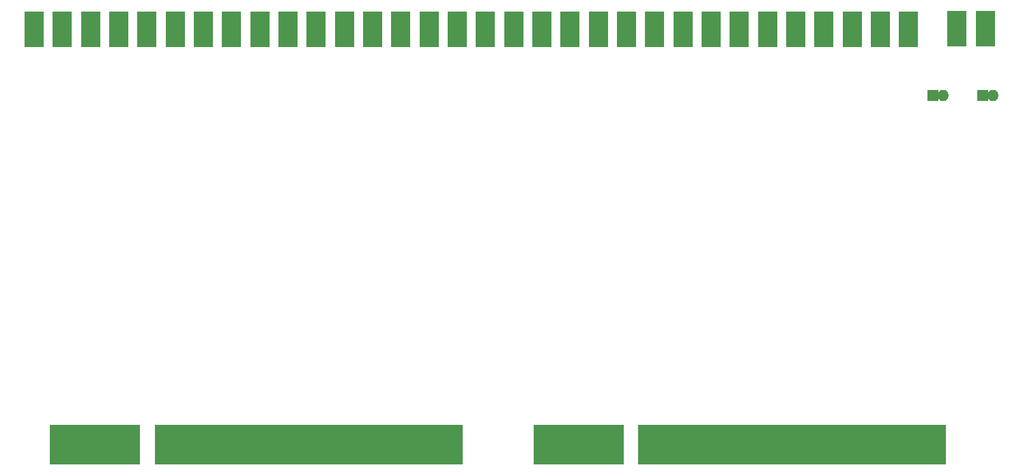
<source format=gbs>
G04 #@! TF.FileFunction,Soldermask,Bot*
%FSLAX46Y46*%
G04 Gerber Fmt 4.6, Leading zero omitted, Abs format (unit mm)*
G04 Created by KiCad (PCBNEW 4.0.4-stable) date 01/25/18 18:30:54*
%MOMM*%
%LPD*%
G01*
G04 APERTURE LIST*
%ADD10C,0.100000*%
%ADD11R,1.300000X5.000000*%
%ADD12R,2.400000X4.400000*%
%ADD13R,1.400000X1.400000*%
%ADD14O,1.400000X1.400000*%
G04 APERTURE END LIST*
D10*
D11*
X47548800Y-178638200D03*
X48548800Y-178638200D03*
X49548800Y-178638200D03*
X50548800Y-178638200D03*
X51548800Y-178638200D03*
X52548800Y-178638200D03*
X53548800Y-178638200D03*
X54548800Y-178638200D03*
X55548800Y-178638200D03*
X56548800Y-178638200D03*
X57548800Y-178638200D03*
X60548800Y-178638200D03*
X61548800Y-178638200D03*
X62548800Y-178638200D03*
X63548800Y-178638200D03*
X64548800Y-178638200D03*
X65548800Y-178638200D03*
X66548800Y-178638200D03*
X67548800Y-178638200D03*
X68548800Y-178638200D03*
X69548800Y-178638200D03*
X70548800Y-178638200D03*
X71548800Y-178638200D03*
X72548800Y-178638200D03*
X73548800Y-178638200D03*
X74548800Y-178638200D03*
X75548800Y-178638200D03*
X76548800Y-178638200D03*
X77548800Y-178638200D03*
X78548800Y-178638200D03*
X79548800Y-178638200D03*
X80548800Y-178638200D03*
X81548800Y-178638200D03*
X82548800Y-178638200D03*
X83548800Y-178638200D03*
X84548800Y-178638200D03*
X85548800Y-178638200D03*
X86548800Y-178638200D03*
X87548800Y-178638200D03*
X88548800Y-178638200D03*
X89548800Y-178638200D03*
X90548800Y-178638200D03*
X91548800Y-178638200D03*
X92548800Y-178638200D03*
X93548800Y-178638200D03*
X94548800Y-178638200D03*
X95548800Y-178638200D03*
X96548800Y-178638200D03*
X97548800Y-178638200D03*
X107548800Y-178638200D03*
X120548800Y-178638200D03*
X108548800Y-178638200D03*
X109548800Y-178638200D03*
X110548800Y-178638200D03*
X111548800Y-178638200D03*
X112548800Y-178638200D03*
X113548800Y-178638200D03*
X114548800Y-178638200D03*
X115548800Y-178638200D03*
X116548800Y-178638200D03*
X117548800Y-178638200D03*
X121548800Y-178638200D03*
X122548800Y-178638200D03*
X123548800Y-178638200D03*
X124548800Y-178638200D03*
X125548800Y-178638200D03*
X126548800Y-178638200D03*
X127548800Y-178638200D03*
X128548800Y-178638200D03*
X129548800Y-178638200D03*
X130548800Y-178638200D03*
X131548800Y-178638200D03*
X132548800Y-178638200D03*
X133548800Y-178638200D03*
X134548800Y-178638200D03*
X135548800Y-178638200D03*
X136548800Y-178638200D03*
X137548800Y-178638200D03*
X138548800Y-178638200D03*
X139548800Y-178638200D03*
X140548800Y-178638200D03*
X141548800Y-178638200D03*
X142548800Y-178638200D03*
X143548800Y-178638200D03*
X144548800Y-178638200D03*
X145548800Y-178638200D03*
X146548800Y-178638200D03*
X147548800Y-178638200D03*
X148548800Y-178638200D03*
X149548800Y-178638200D03*
X150548800Y-178638200D03*
X151548800Y-178638200D03*
X152548800Y-178638200D03*
X153548800Y-178638200D03*
X154548800Y-178638200D03*
X155548800Y-178638200D03*
X156548800Y-178638200D03*
X157548800Y-178638200D03*
D12*
X45000000Y-127105416D03*
X48500000Y-127105416D03*
X52000000Y-127105416D03*
X55500000Y-127105416D03*
X59000000Y-127105416D03*
X62500000Y-127105416D03*
X66000000Y-127105416D03*
X69500000Y-127105416D03*
X73000000Y-127105416D03*
X76500000Y-127105416D03*
X80000000Y-127105416D03*
X83500000Y-127105416D03*
X87000000Y-127105416D03*
X90500000Y-127105416D03*
X94000000Y-127105416D03*
X97500000Y-127105416D03*
X101000000Y-127105416D03*
X104500000Y-127105416D03*
X108000000Y-127105416D03*
X111500000Y-127105416D03*
X115000000Y-127105416D03*
X118500000Y-127105416D03*
X122000000Y-127105416D03*
X125500000Y-127105416D03*
X129000000Y-127105416D03*
X132500000Y-127105416D03*
X136000000Y-127105416D03*
X139500000Y-127105416D03*
X143000000Y-127105416D03*
X146500000Y-127105416D03*
X150000000Y-127105416D03*
X153500000Y-127105416D03*
X159500000Y-127000000D03*
X163000000Y-127000000D03*
D13*
X162725000Y-135300000D03*
D14*
X163995000Y-135300000D03*
D13*
X156550000Y-135300000D03*
D14*
X157820000Y-135300000D03*
M02*

</source>
